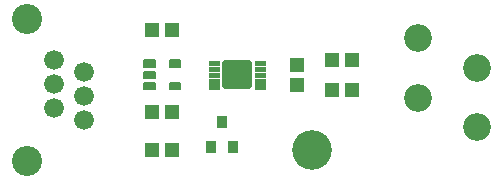
<source format=gts>
G75*
%MOIN*%
%OFA0B0*%
%FSLAX24Y24*%
%IPPOS*%
%LPD*%
%AMOC8*
5,1,8,0,0,1.08239X$1,22.5*
%
%ADD10C,0.1320*%
%ADD11C,0.0036*%
%ADD12C,0.0193*%
%ADD13C,0.1005*%
%ADD14C,0.0660*%
%ADD15C,0.0051*%
%ADD16R,0.0493X0.0454*%
%ADD17R,0.0375X0.0414*%
%ADD18R,0.0454X0.0493*%
%ADD19C,0.0920*%
D10*
X012012Y001600D03*
D11*
X010435Y003777D02*
X010101Y003777D01*
X010435Y003777D02*
X010435Y003635D01*
X010101Y003635D01*
X010101Y003777D01*
X010101Y003670D02*
X010435Y003670D01*
X010435Y003705D02*
X010101Y003705D01*
X010101Y003740D02*
X010435Y003740D01*
X010435Y003775D02*
X010101Y003775D01*
X010101Y003974D02*
X010435Y003974D01*
X010435Y003832D01*
X010101Y003832D01*
X010101Y003974D01*
X010101Y003867D02*
X010435Y003867D01*
X010435Y003902D02*
X010101Y003902D01*
X010101Y003937D02*
X010435Y003937D01*
X010435Y003972D02*
X010101Y003972D01*
X010101Y004171D02*
X010435Y004171D01*
X010435Y004029D01*
X010101Y004029D01*
X010101Y004171D01*
X010101Y004064D02*
X010435Y004064D01*
X010435Y004099D02*
X010101Y004099D01*
X010101Y004134D02*
X010435Y004134D01*
X010435Y004169D02*
X010101Y004169D01*
X010101Y004368D02*
X010435Y004368D01*
X010435Y004226D01*
X010101Y004226D01*
X010101Y004368D01*
X010101Y004261D02*
X010435Y004261D01*
X010435Y004296D02*
X010101Y004296D01*
X010101Y004331D02*
X010435Y004331D01*
X010435Y004366D02*
X010101Y004366D01*
X010101Y004565D02*
X010435Y004565D01*
X010435Y004423D01*
X010101Y004423D01*
X010101Y004565D01*
X010101Y004458D02*
X010435Y004458D01*
X010435Y004493D02*
X010101Y004493D01*
X010101Y004528D02*
X010435Y004528D01*
X010435Y004563D02*
X010101Y004563D01*
X008923Y004565D02*
X008589Y004565D01*
X008923Y004565D02*
X008923Y004423D01*
X008589Y004423D01*
X008589Y004565D01*
X008589Y004458D02*
X008923Y004458D01*
X008923Y004493D02*
X008589Y004493D01*
X008589Y004528D02*
X008923Y004528D01*
X008923Y004563D02*
X008589Y004563D01*
X008589Y004368D02*
X008923Y004368D01*
X008923Y004226D01*
X008589Y004226D01*
X008589Y004368D01*
X008589Y004261D02*
X008923Y004261D01*
X008923Y004296D02*
X008589Y004296D01*
X008589Y004331D02*
X008923Y004331D01*
X008923Y004366D02*
X008589Y004366D01*
X008589Y004171D02*
X008923Y004171D01*
X008923Y004029D01*
X008589Y004029D01*
X008589Y004171D01*
X008589Y004064D02*
X008923Y004064D01*
X008923Y004099D02*
X008589Y004099D01*
X008589Y004134D02*
X008923Y004134D01*
X008923Y004169D02*
X008589Y004169D01*
X008589Y003974D02*
X008923Y003974D01*
X008923Y003832D01*
X008589Y003832D01*
X008589Y003974D01*
X008589Y003867D02*
X008923Y003867D01*
X008923Y003902D02*
X008589Y003902D01*
X008589Y003937D02*
X008923Y003937D01*
X008923Y003972D02*
X008589Y003972D01*
X008589Y003777D02*
X008923Y003777D01*
X008923Y003635D01*
X008589Y003635D01*
X008589Y003777D01*
X008589Y003670D02*
X008923Y003670D01*
X008923Y003705D02*
X008589Y003705D01*
X008589Y003740D02*
X008923Y003740D01*
X008923Y003775D02*
X008589Y003775D01*
D12*
X009106Y004487D02*
X009918Y004487D01*
X009918Y003713D01*
X009106Y003713D01*
X009106Y004487D01*
X009106Y003905D02*
X009918Y003905D01*
X009918Y004097D02*
X009106Y004097D01*
X009106Y004289D02*
X009918Y004289D01*
X009918Y004481D02*
X009106Y004481D01*
D13*
X002512Y001238D03*
X002512Y005962D03*
D14*
X003418Y004604D03*
X004418Y004202D03*
X003418Y003801D03*
X004418Y003399D03*
X003418Y002998D03*
X004418Y002596D03*
D15*
X006397Y003623D02*
X006761Y003623D01*
X006397Y003623D02*
X006397Y003829D01*
X006761Y003829D01*
X006761Y003623D01*
X006761Y003673D02*
X006397Y003673D01*
X006397Y003723D02*
X006761Y003723D01*
X006761Y003773D02*
X006397Y003773D01*
X006397Y003823D02*
X006761Y003823D01*
X006761Y003997D02*
X006397Y003997D01*
X006397Y004203D01*
X006761Y004203D01*
X006761Y003997D01*
X006761Y004047D02*
X006397Y004047D01*
X006397Y004097D02*
X006761Y004097D01*
X006761Y004147D02*
X006397Y004147D01*
X006397Y004197D02*
X006761Y004197D01*
X006761Y004371D02*
X006397Y004371D01*
X006397Y004577D01*
X006761Y004577D01*
X006761Y004371D01*
X006761Y004421D02*
X006397Y004421D01*
X006397Y004471D02*
X006761Y004471D01*
X006761Y004521D02*
X006397Y004521D01*
X006397Y004571D02*
X006761Y004571D01*
X007263Y004371D02*
X007627Y004371D01*
X007263Y004371D02*
X007263Y004577D01*
X007627Y004577D01*
X007627Y004371D01*
X007627Y004421D02*
X007263Y004421D01*
X007263Y004471D02*
X007627Y004471D01*
X007627Y004521D02*
X007263Y004521D01*
X007263Y004571D02*
X007627Y004571D01*
X007627Y003623D02*
X007263Y003623D01*
X007263Y003829D01*
X007627Y003829D01*
X007627Y003623D01*
X007627Y003673D02*
X007263Y003673D01*
X007263Y003723D02*
X007627Y003723D01*
X007627Y003773D02*
X007263Y003773D01*
X007263Y003823D02*
X007627Y003823D01*
D16*
X007347Y002850D03*
X006678Y002850D03*
X006678Y001600D03*
X007347Y001600D03*
X012678Y003600D03*
X013347Y003600D03*
X013347Y004600D03*
X012678Y004600D03*
X007347Y005600D03*
X006678Y005600D03*
D17*
X009012Y002533D03*
X008638Y001706D03*
X009386Y001706D03*
D18*
X011512Y003765D03*
X011512Y004435D03*
D19*
X015528Y005311D03*
X017496Y004326D03*
X015528Y003342D03*
X017496Y002358D03*
M02*

</source>
